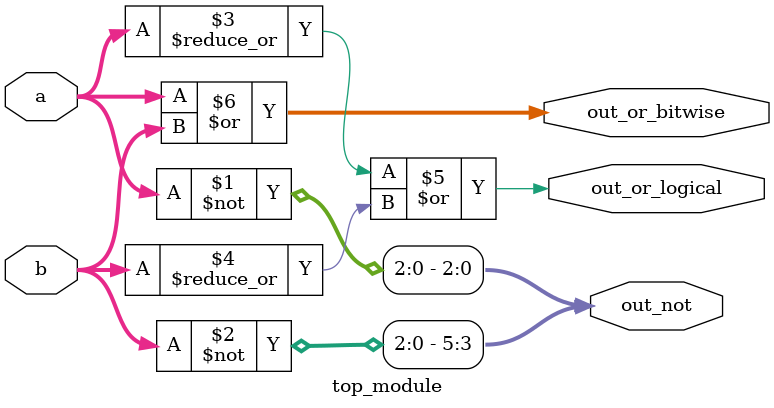
<source format=v>
module top_module( 
    input [2:0] a,
    input [2:0] b,
    output [2:0] out_or_bitwise,
    output out_or_logical,
    output [5:0] out_not
);
    assign out_not[2:0]= ~a;
    assign out_not[5:3]= ~b;
    
    or or1 (out_or_logical, |a, |b);
    assign out_or_bitwise= a|b;
    

endmodule

</source>
